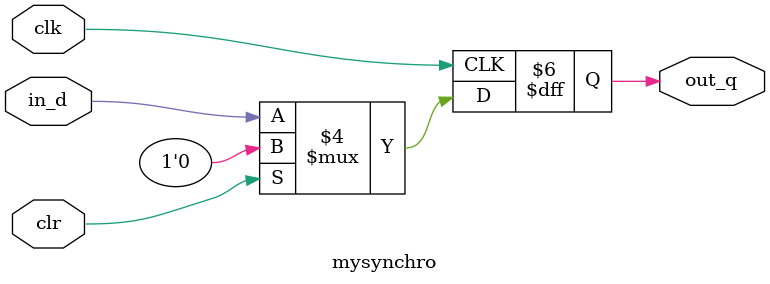
<source format=v>
module mysynchro(clk,in_d,out_q,clr);//同步清零，清零端高电平有效，时钟下降沿设置
	input clk;
	input in_d;
	input clr;
	output reg out_q;
	
	always@(negedge clk)
		if(!clr)
			out_q <= in_d;
		else
			out_q <= 0;
			
endmodule

</source>
